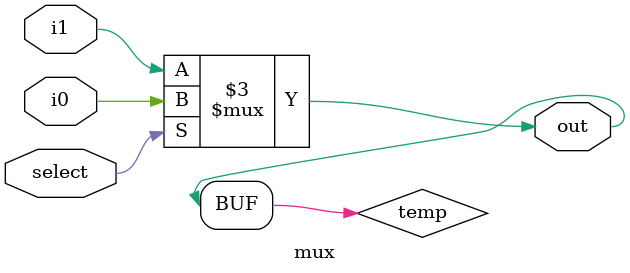
<source format=v>
`timescale 1ns / 1ps

module mux(i0, i1, select,out);

(* S = "TRUE" *) input i0, i1, select;
output out;

reg temp;

always @*
begin
	if(select)
		temp <= i0;
	else
		temp <= i1;
end

assign out = temp;

endmodule

</source>
